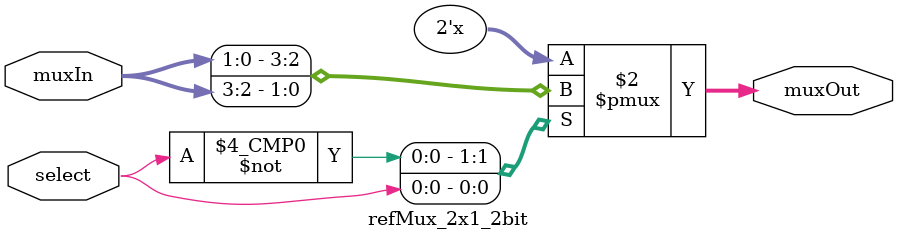
<source format=v>
module refMux_2x1_2bit(output reg[1:0] muxOut, input [3:0] muxIn, input select);

	always @(muxIn or select)
	begin
		case(select)
			1'b0 : muxOut=muxIn[1:0];
			1'b1 : muxOut=muxIn[3:2];
		endcase

	end

endmodule

</source>
